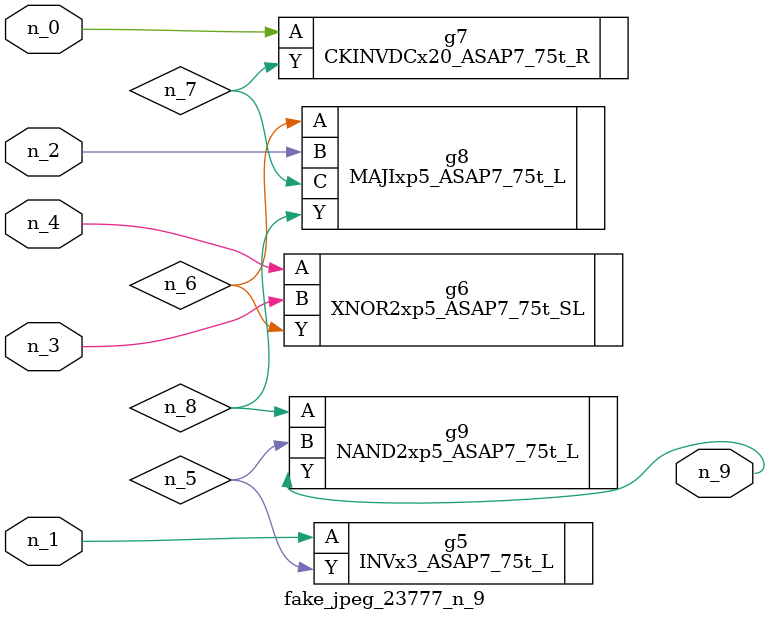
<source format=v>
module fake_jpeg_23777_n_9 (n_3, n_2, n_1, n_0, n_4, n_9);

input n_3;
input n_2;
input n_1;
input n_0;
input n_4;

output n_9;

wire n_8;
wire n_6;
wire n_5;
wire n_7;

INVx3_ASAP7_75t_L g5 ( 
.A(n_1),
.Y(n_5)
);

XNOR2xp5_ASAP7_75t_SL g6 ( 
.A(n_4),
.B(n_3),
.Y(n_6)
);

CKINVDCx20_ASAP7_75t_R g7 ( 
.A(n_0),
.Y(n_7)
);

MAJIxp5_ASAP7_75t_L g8 ( 
.A(n_6),
.B(n_2),
.C(n_7),
.Y(n_8)
);

NAND2xp5_ASAP7_75t_L g9 ( 
.A(n_8),
.B(n_5),
.Y(n_9)
);


endmodule
</source>
